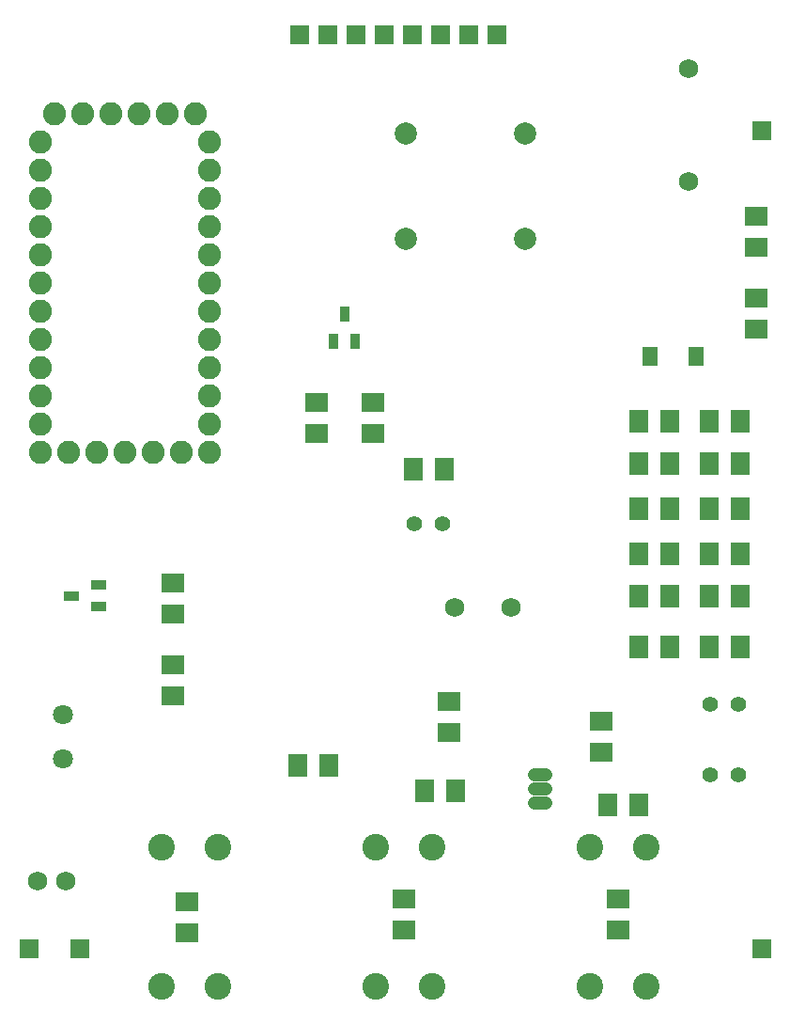
<source format=gts>
G04 ---------------------------- Layer name :TOP SOLDER LAYER*
G04 EasyEDA v5.8.20, Wed, 21 Nov 2018 13:10:04 GMT*
G04 3d86466828e248bea5d0288c5f419d97*
G04 Gerber Generator version 0.2*
G04 Scale: 100 percent, Rotated: No, Reflected: No *
G04 Dimensions in inches *
G04 leading zeros omitted , absolute positions ,2 integer and 4 decimal *
%FSLAX24Y24*%
%MOIN*%
G90*
G70D02*

%ADD34C,0.047370*%
%ADD35C,0.094614*%
%ADD36R,0.070000X0.070000*%
%ADD37C,0.070992*%
%ADD38R,0.078900X0.071000*%
%ADD39R,0.035559X0.057213*%
%ADD40R,0.071000X0.078900*%
%ADD41C,0.055000*%
%ADD42C,0.078900*%
%ADD43C,0.068000*%
%ADD44R,0.058000X0.065900*%
%ADD45C,0.082000*%
%ADD46R,0.057213X0.035559*%

%LPD*%
G54D34*
G01X19547Y8550D02*
G01X19152Y8550D01*
G01X19547Y8050D02*
G01X19152Y8050D01*
G01X19547Y7550D02*
G01X19152Y7550D01*
G54D35*
G01X21100Y5980D03*
G01X21100Y1057D03*
G01X23100Y5980D03*
G01X23100Y1057D03*
G01X13500Y5980D03*
G01X13500Y1057D03*
G01X15500Y5980D03*
G01X15500Y1057D03*
G01X5900Y5980D03*
G01X5900Y1057D03*
G01X7900Y5980D03*
G01X7900Y1057D03*
G54D36*
G01X17800Y34800D03*
G01X16800Y34800D03*
G01X15800Y34800D03*
G01X14800Y34800D03*
G01X13800Y34800D03*
G01X11800Y34800D03*
G01X12800Y34800D03*
G01X10800Y34800D03*
G54D37*
G01X2400Y9113D03*
G01X2400Y10686D03*
G54D38*
G01X6799Y4050D03*
G01X6799Y2950D03*
G01X14499Y4150D03*
G01X14499Y3050D03*
G01X22099Y4150D03*
G01X22099Y3050D03*
G54D39*
G01X12400Y24892D03*
G01X12773Y23907D03*
G01X12026Y23907D03*
G54D40*
G01X26450Y21100D03*
G01X25350Y21100D03*
G01X26450Y13100D03*
G01X25350Y13100D03*
G01X26450Y16400D03*
G01X25350Y16400D03*
G01X22850Y19599D03*
G01X23950Y19599D03*
G01X26450Y19600D03*
G01X25350Y19600D03*
G01X26450Y18000D03*
G01X25350Y18000D03*
G01X22850Y21099D03*
G01X23950Y21099D03*
G01X26450Y14900D03*
G01X25350Y14900D03*
G01X22850Y17999D03*
G01X23950Y17999D03*
G01X22850Y16399D03*
G01X23950Y16399D03*
G01X22850Y14899D03*
G01X23950Y14899D03*
G01X22850Y13099D03*
G01X23950Y13099D03*
G54D41*
G01X25389Y11069D03*
G01X26389Y11069D03*
G54D42*
G01X18800Y31300D03*
G01X14580Y31300D03*
G01X14580Y27559D03*
G01X18800Y27559D03*
G54D40*
G01X21750Y7499D03*
G01X22850Y7499D03*
G54D38*
G01X21499Y10450D03*
G01X21499Y9350D03*
G54D41*
G01X25389Y8569D03*
G01X26389Y8569D03*
G54D40*
G01X16350Y8000D03*
G01X15250Y8000D03*
G54D38*
G01X16100Y10050D03*
G01X16100Y11150D03*
G01X13400Y20650D03*
G01X13400Y21750D03*
G01X11400Y20650D03*
G01X11400Y21750D03*
G54D40*
G01X11850Y8900D03*
G01X10750Y8900D03*
G54D36*
G01X27200Y31400D03*
G01X27200Y2400D03*
G54D43*
G01X18300Y14500D03*
G01X16300Y14500D03*
G01X24600Y33600D03*
G01X24600Y29600D03*
G54D36*
G01X1200Y2400D03*
G01X3000Y2400D03*
G54D40*
G01X14850Y19399D03*
G01X15950Y19399D03*
G54D44*
G01X23250Y23399D03*
G01X24869Y23399D03*
G54D41*
G01X14889Y17469D03*
G01X15889Y17469D03*
G54D45*
G01X1600Y31000D03*
G01X1600Y30000D03*
G01X1600Y29000D03*
G01X1600Y28000D03*
G01X1600Y27000D03*
G01X1600Y26000D03*
G01X1600Y25000D03*
G01X1600Y24000D03*
G01X1600Y23000D03*
G01X1600Y22000D03*
G01X1600Y21000D03*
G01X1600Y20000D03*
G01X7600Y20000D03*
G01X7600Y21000D03*
G01X7600Y22000D03*
G01X7600Y23000D03*
G01X7600Y24000D03*
G01X7600Y25000D03*
G01X7600Y26000D03*
G01X7600Y27000D03*
G01X7600Y28000D03*
G01X7600Y29000D03*
G01X7600Y30000D03*
G01X7600Y31000D03*
G01X5600Y20000D03*
G01X6600Y20000D03*
G01X4600Y20000D03*
G01X3600Y20000D03*
G01X2100Y32000D03*
G01X3100Y32000D03*
G01X4100Y32000D03*
G01X5100Y32000D03*
G01X6100Y32000D03*
G01X7100Y32000D03*
G01X2600Y20000D03*
G54D46*
G01X3692Y14526D03*
G01X2707Y14900D03*
G01X3692Y15273D03*
G54D38*
G01X6299Y15350D03*
G01X6299Y14250D03*
G01X6300Y12450D03*
G01X6300Y11350D03*
G54D43*
G01X1500Y4800D03*
G01X2500Y4800D03*
G54D38*
G01X27000Y27250D03*
G01X27000Y28350D03*
G01X27001Y24350D03*
G01X27001Y25450D03*
M00*
M02*

</source>
